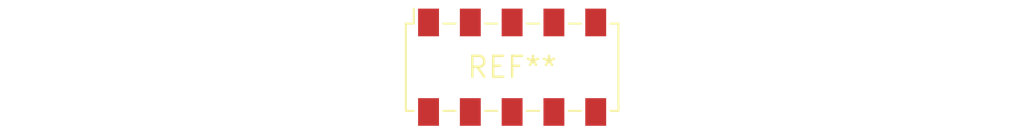
<source format=kicad_pcb>
(kicad_pcb (version 20240108) (generator pcbnew)
  (layers (0 "F.Cu" signal) (31 "B.Cu" signal) (34 "B.Paste" user) (35 "F.Paste" user) (36 "B.SilkS" user "B.Silkscreen") (37 "F.SilkS" user "F.Silkscreen") (38 "B.Mask" user) (39 "F.Mask" user) (44 "Edge.Cuts" user))
  (net 0 "")
  (footprint "Samtec_HLE-105-02-xxx-DV-BE-A_2x05_P2.54mm_Horizontal" (layer "F.Cu") (at 0 0)
    (property "Reference" "REF**")
    (property "Value" "Samtec_HLE-105-02-xxx-DV-BE-A_2x05_P2.54mm_Horizontal")
    (fp_line (start -6.46 -2.65) (end -6.46 2.65) (layer "F.SilkS") (stroke (width 0.12)))
    (fp_line (start -6.46 2.65) (end -5.975 2.65) (layer "F.SilkS") (stroke (width 0.12)))
    (fp_line (start -5.975 -3.56) (end -5.975 -2.65) (layer "F.SilkS") (stroke (width 0.12)))
    (fp_line (start -5.975 -2.65) (end -6.46 -2.65) (layer "F.SilkS") (stroke (width 0.12)))
    (fp_line (start -4.185 -2.65) (end -3.435 -2.65) (layer "F.SilkS") (stroke (width 0.12)))
    (fp_line (start -4.185 2.65) (end -3.435 2.65) (layer "F.SilkS") (stroke (width 0.12)))
    (fp_line (start -1.645 -2.65) (end -0.895 -2.65) (layer "F.SilkS") (stroke (width 0.12)))
    (fp_line (start -1.645 2.65) (end -0.895 2.65) (layer "F.SilkS") (stroke (width 0.12)))
    (fp_line (start 0.895 -2.65) (end 1.645 -2.65) (layer "F.SilkS") (stroke (width 0.12)))
    (fp_line (start 0.895 2.65) (end 1.645 2.65) (layer "F.SilkS") (stroke (width 0.12)))
    (fp_line (start 3.435 -2.65) (end 4.185 -2.65) (layer "F.SilkS") (stroke (width 0.12)))
    (fp_line (start 3.435 2.65) (end 4.185 2.65) (layer "F.SilkS") (stroke (width 0.12)))
    (fp_line (start 5.975 -2.65) (end 6.46 -2.65) (layer "F.SilkS") (stroke (width 0.12)))
    (fp_line (start 6.46 -2.65) (end 6.46 2.65) (layer "F.SilkS") (stroke (width 0.12)))
    (fp_line (start 6.46 2.65) (end 5.975 2.65) (layer "F.SilkS") (stroke (width 0.12)))
    (pad "" np_thru_hole circle (at -5.08 -1.27) (size 0.97 0.97) (drill 0.97) (layers *.Cu *.Mask))
    (pad "" np_thru_hole circle (at -5.08 1.27) (size 0.97 0.97) (drill 0.97) (layers *.Cu *.Mask))
    (pad "" np_thru_hole circle (at -3.81 0) (size 1.78 1.78) (drill 1.78) (layers *.Cu *.Mask))
    (pad "" np_thru_hole circle (at -2.54 -1.27) (size 0.97 0.97) (drill 0.97) (layers *.Cu *.Mask))
    (pad "" np_thru_hole circle (at -2.54 1.27) (size 0.97 0.97) (drill 0.97) (layers *.Cu *.Mask))
    (pad "" np_thru_hole circle (at 0 -1.27) (size 0.97 0.97) (drill 0.97) (layers *.Cu *.Mask))
    (pad "" np_thru_hole circle (at 0 1.27) (size 0.97 0.97) (drill 0.97) (layers *.Cu *.Mask))
    (pad "" np_thru_hole circle (at 2.54 -1.27) (size 0.97 0.97) (drill 0.97) (layers *.Cu *.Mask))
    (pad "" np_thru_hole circle (at 2.54 1.27) (size 0.97 0.97) (drill 0.97) (layers *.Cu *.Mask))
    (pad "" np_thru_hole circle (at 3.81 0) (size 1.78 1.78) (drill 1.78) (layers *.Cu *.Mask))
    (pad "" np_thru_hole circle (at 5.08 -1.27) (size 0.97 0.97) (drill 0.97) (layers *.Cu *.Mask))
    (pad "" np_thru_hole circle (at 5.08 1.27) (size 0.97 0.97) (drill 0.97) (layers *.Cu *.Mask))
    (pad "1" smd rect (at -5.08 -2.72) (size 1.27 1.68) (layers "F.Cu" "F.Paste" "F.Mask"))
    (pad "2" smd rect (at -5.08 2.72) (size 1.27 1.68) (layers "F.Cu" "F.Paste" "F.Mask"))
    (pad "3" smd rect (at -2.54 -2.72) (size 1.27 1.68) (layers "F.Cu" "F.Paste" "F.Mask"))
    (pad "4" smd rect (at -2.54 2.72) (size 1.27 1.68) (layers "F.Cu" "F.Paste" "F.Mask"))
    (pad "5" smd rect (at 0 -2.72) (size 1.27 1.68) (layers "F.Cu" "F.Paste" "F.Mask"))
    (pad "6" smd rect (at 0 2.72) (size 1.27 1.68) (layers "F.Cu" "F.Paste" "F.Mask"))
    (pad "7" smd rect (at 2.54 -2.72) (size 1.27 1.68) (layers "F.Cu" "F.Paste" "F.Mask"))
    (pad "8" smd rect (at 2.54 2.72) (size 1.27 1.68) (layers "F.Cu" "F.Paste" "F.Mask"))
    (pad "9" smd rect (at 5.08 -2.72) (size 1.27 1.68) (layers "F.Cu" "F.Paste" "F.Mask"))
    (pad "10" smd rect (at 5.08 2.72) (size 1.27 1.68) (layers "F.Cu" "F.Paste" "F.Mask"))
  )
)
</source>
